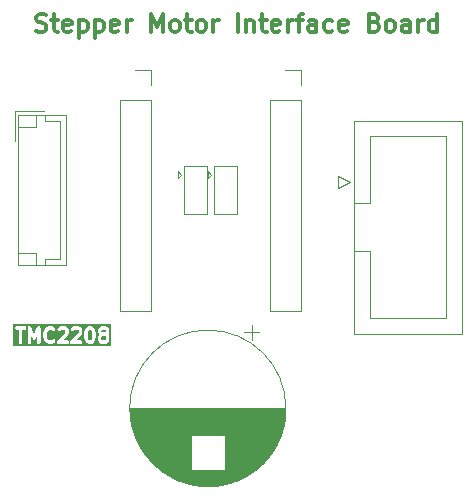
<source format=gbr>
%TF.GenerationSoftware,KiCad,Pcbnew,8.0.8*%
%TF.CreationDate,2025-02-17T18:22:25+00:00*%
%TF.ProjectId,tmc2208-adapter,746d6332-3230-4382-9d61-646170746572,rev?*%
%TF.SameCoordinates,Original*%
%TF.FileFunction,Legend,Top*%
%TF.FilePolarity,Positive*%
%FSLAX46Y46*%
G04 Gerber Fmt 4.6, Leading zero omitted, Abs format (unit mm)*
G04 Created by KiCad (PCBNEW 8.0.8) date 2025-02-17 18:22:25*
%MOMM*%
%LPD*%
G01*
G04 APERTURE LIST*
%ADD10C,0.300000*%
%ADD11C,0.120000*%
G04 APERTURE END LIST*
D10*
G36*
X203122800Y-102567963D02*
G01*
X203145517Y-102590680D01*
X203184412Y-102668471D01*
X203233082Y-102863150D01*
X203233082Y-103111935D01*
X203184412Y-103306613D01*
X203145517Y-103384404D01*
X203122799Y-103407122D01*
X203061958Y-103437542D01*
X203018491Y-103437542D01*
X202957651Y-103407122D01*
X202934932Y-103384403D01*
X202896037Y-103306614D01*
X202847368Y-103111935D01*
X202847368Y-102863149D01*
X202896037Y-102668470D01*
X202934932Y-102590682D01*
X202957650Y-102567963D01*
X203018493Y-102537542D01*
X203061958Y-102537542D01*
X203122800Y-102567963D01*
G37*
G36*
X204322799Y-103082248D02*
G01*
X204345517Y-103104967D01*
X204375939Y-103165810D01*
X204375939Y-103323561D01*
X204345517Y-103384403D01*
X204322799Y-103407122D01*
X204261958Y-103437542D01*
X204104205Y-103437542D01*
X204043365Y-103407122D01*
X204020646Y-103384403D01*
X203990225Y-103323561D01*
X203990225Y-103165810D01*
X204020646Y-103104968D01*
X204043364Y-103082249D01*
X204104207Y-103051828D01*
X204261958Y-103051828D01*
X204322799Y-103082248D01*
G37*
G36*
X204322799Y-102567962D02*
G01*
X204345517Y-102590681D01*
X204372519Y-102644684D01*
X204345516Y-102698689D01*
X204322799Y-102721407D01*
X204261958Y-102751828D01*
X204104207Y-102751828D01*
X204043364Y-102721406D01*
X204020646Y-102698688D01*
X203993644Y-102644685D01*
X204020646Y-102590682D01*
X204043364Y-102567963D01*
X204104207Y-102537542D01*
X204261958Y-102537542D01*
X204322799Y-102567962D01*
G37*
G36*
X204825939Y-103887542D02*
G01*
X196514535Y-103887542D01*
X196514535Y-102358278D01*
X196664535Y-102358278D01*
X196664535Y-102416806D01*
X196686933Y-102470878D01*
X196728317Y-102512262D01*
X196782389Y-102534660D01*
X196811653Y-102537542D01*
X197004510Y-102537542D01*
X197004510Y-103587542D01*
X197007392Y-103616806D01*
X197029790Y-103670878D01*
X197071174Y-103712262D01*
X197125246Y-103734660D01*
X197183774Y-103734660D01*
X197237846Y-103712262D01*
X197279230Y-103670878D01*
X197301628Y-103616806D01*
X197304510Y-103587542D01*
X197304510Y-102537542D01*
X197497368Y-102537542D01*
X197526632Y-102534660D01*
X197580704Y-102512262D01*
X197622088Y-102470878D01*
X197644486Y-102416806D01*
X197644486Y-102387542D01*
X197747368Y-102387542D01*
X197747368Y-103587542D01*
X197750250Y-103616806D01*
X197772648Y-103670878D01*
X197814032Y-103712262D01*
X197868104Y-103734660D01*
X197926632Y-103734660D01*
X197980704Y-103712262D01*
X198022088Y-103670878D01*
X198044486Y-103616806D01*
X198047368Y-103587542D01*
X198047368Y-103063675D01*
X198161441Y-103308118D01*
X198167787Y-103318831D01*
X198169108Y-103322463D01*
X198171459Y-103325031D01*
X198176428Y-103333418D01*
X198193233Y-103348808D01*
X198208635Y-103365626D01*
X198214678Y-103368446D01*
X198219591Y-103372945D01*
X198241008Y-103380733D01*
X198261672Y-103390376D01*
X198268330Y-103390668D01*
X198274593Y-103392946D01*
X198297368Y-103391944D01*
X198320143Y-103392946D01*
X198326405Y-103390668D01*
X198333064Y-103390376D01*
X198353725Y-103380734D01*
X198375146Y-103372945D01*
X198380059Y-103368445D01*
X198386101Y-103365626D01*
X198401496Y-103348813D01*
X198418309Y-103333418D01*
X198423277Y-103325029D01*
X198425628Y-103322463D01*
X198426947Y-103318833D01*
X198433295Y-103308118D01*
X198547368Y-103063676D01*
X198547368Y-103587542D01*
X198550250Y-103616806D01*
X198572648Y-103670878D01*
X198614032Y-103712262D01*
X198668104Y-103734660D01*
X198726632Y-103734660D01*
X198780704Y-103712262D01*
X198822088Y-103670878D01*
X198844486Y-103616806D01*
X198847368Y-103587542D01*
X198847368Y-102901828D01*
X199061654Y-102901828D01*
X199061654Y-103073257D01*
X199062156Y-103078360D01*
X199061831Y-103080548D01*
X199063450Y-103091498D01*
X199064536Y-103102521D01*
X199065383Y-103104565D01*
X199066133Y-103109637D01*
X199123276Y-103338209D01*
X199124046Y-103340364D01*
X199124123Y-103341447D01*
X199128785Y-103353629D01*
X199133169Y-103365900D01*
X199133814Y-103366771D01*
X199134633Y-103368910D01*
X199191776Y-103483196D01*
X199199703Y-103495789D01*
X199201219Y-103499449D01*
X199204600Y-103503568D01*
X199207441Y-103508082D01*
X199210435Y-103510678D01*
X199219874Y-103522180D01*
X199334158Y-103636465D01*
X199356889Y-103655120D01*
X199361867Y-103657182D01*
X199365941Y-103660715D01*
X199392792Y-103672703D01*
X199564221Y-103729845D01*
X199578730Y-103733144D01*
X199582390Y-103734660D01*
X199587693Y-103735182D01*
X199592895Y-103736365D01*
X199596848Y-103736083D01*
X199611654Y-103737542D01*
X199725940Y-103737542D01*
X199740745Y-103736083D01*
X199744700Y-103736365D01*
X199749901Y-103735182D01*
X199755204Y-103734660D01*
X199758861Y-103733144D01*
X199773374Y-103729845D01*
X199944802Y-103672703D01*
X199971653Y-103660714D01*
X199975723Y-103657183D01*
X199980703Y-103655121D01*
X200003434Y-103636466D01*
X200060577Y-103579323D01*
X200077849Y-103558278D01*
X200207393Y-103558278D01*
X200207393Y-103616806D01*
X200209697Y-103622367D01*
X200229790Y-103670877D01*
X200271176Y-103712263D01*
X200302850Y-103725382D01*
X200325247Y-103734660D01*
X200354511Y-103737542D01*
X201097368Y-103737542D01*
X201126632Y-103734660D01*
X201180704Y-103712262D01*
X201222088Y-103670878D01*
X201244486Y-103616806D01*
X201244486Y-103558278D01*
X201350250Y-103558278D01*
X201350250Y-103616806D01*
X201352554Y-103622367D01*
X201372647Y-103670877D01*
X201414033Y-103712263D01*
X201445707Y-103725382D01*
X201468104Y-103734660D01*
X201497368Y-103737542D01*
X202240225Y-103737542D01*
X202269489Y-103734660D01*
X202323561Y-103712262D01*
X202364945Y-103670878D01*
X202387343Y-103616806D01*
X202387343Y-103558278D01*
X202364945Y-103504206D01*
X202323561Y-103462822D01*
X202269489Y-103440424D01*
X202240225Y-103437542D01*
X201859500Y-103437542D01*
X202289148Y-103007894D01*
X202307803Y-102985163D01*
X202309865Y-102980183D01*
X202313396Y-102976113D01*
X202325384Y-102949262D01*
X202360243Y-102844685D01*
X202547368Y-102844685D01*
X202547368Y-103130400D01*
X202547870Y-103135503D01*
X202547545Y-103137691D01*
X202549164Y-103148641D01*
X202550250Y-103159664D01*
X202551097Y-103161708D01*
X202551847Y-103166780D01*
X202608990Y-103395352D01*
X202609760Y-103397507D01*
X202609837Y-103398590D01*
X202614499Y-103410772D01*
X202618883Y-103423043D01*
X202619528Y-103423914D01*
X202620347Y-103426053D01*
X202677490Y-103540339D01*
X202685417Y-103552932D01*
X202686933Y-103556592D01*
X202690314Y-103560711D01*
X202693155Y-103565225D01*
X202696149Y-103567821D01*
X202705588Y-103579323D01*
X202762731Y-103636466D01*
X202774237Y-103645909D01*
X202776830Y-103648899D01*
X202781335Y-103651735D01*
X202785461Y-103655121D01*
X202789124Y-103656638D01*
X202801715Y-103664564D01*
X202916000Y-103721706D01*
X202943464Y-103732216D01*
X202948839Y-103732597D01*
X202953818Y-103734660D01*
X202983082Y-103737542D01*
X203097368Y-103737542D01*
X203126632Y-103734660D01*
X203131610Y-103732597D01*
X203136986Y-103732216D01*
X203164449Y-103721707D01*
X203278735Y-103664565D01*
X203291331Y-103656636D01*
X203294989Y-103655121D01*
X203299106Y-103651741D01*
X203303621Y-103648900D01*
X203306218Y-103645905D01*
X203317720Y-103636466D01*
X203374863Y-103579323D01*
X203384303Y-103567819D01*
X203387297Y-103565224D01*
X203390136Y-103560713D01*
X203393518Y-103556593D01*
X203395034Y-103552932D01*
X203402962Y-103540338D01*
X203460103Y-103426052D01*
X203460920Y-103423915D01*
X203461567Y-103423043D01*
X203465953Y-103410763D01*
X203470613Y-103398589D01*
X203470689Y-103397506D01*
X203471460Y-103395351D01*
X203528603Y-103166780D01*
X203529352Y-103161708D01*
X203530200Y-103159664D01*
X203531285Y-103148641D01*
X203532905Y-103137691D01*
X203532579Y-103135503D01*
X203533082Y-103130400D01*
X203533082Y-102844685D01*
X203532579Y-102839581D01*
X203532905Y-102837394D01*
X203531285Y-102826443D01*
X203530200Y-102815421D01*
X203529352Y-102813376D01*
X203528603Y-102808305D01*
X203480555Y-102616114D01*
X203690225Y-102616114D01*
X203690225Y-102673257D01*
X203693107Y-102702521D01*
X203695170Y-102707501D01*
X203695552Y-102712876D01*
X203706061Y-102740340D01*
X203763204Y-102854625D01*
X203771131Y-102867218D01*
X203772647Y-102870877D01*
X203776027Y-102874996D01*
X203778869Y-102879510D01*
X203781862Y-102882106D01*
X203791302Y-102893608D01*
X203799522Y-102901828D01*
X203791302Y-102910048D01*
X203781863Y-102921549D01*
X203778869Y-102924146D01*
X203776028Y-102928659D01*
X203772647Y-102932779D01*
X203771131Y-102936438D01*
X203763204Y-102949032D01*
X203706061Y-103063318D01*
X203695551Y-103090781D01*
X203695168Y-103096158D01*
X203693107Y-103101136D01*
X203690225Y-103130400D01*
X203690225Y-103358971D01*
X203693107Y-103388235D01*
X203695168Y-103393212D01*
X203695551Y-103398590D01*
X203706061Y-103426053D01*
X203763204Y-103540339D01*
X203771131Y-103552932D01*
X203772647Y-103556592D01*
X203776028Y-103560711D01*
X203778869Y-103565225D01*
X203781863Y-103567821D01*
X203791302Y-103579323D01*
X203848445Y-103636466D01*
X203859951Y-103645909D01*
X203862544Y-103648899D01*
X203867049Y-103651735D01*
X203871175Y-103655121D01*
X203874838Y-103656638D01*
X203887429Y-103664564D01*
X204001714Y-103721706D01*
X204029178Y-103732216D01*
X204034553Y-103732597D01*
X204039532Y-103734660D01*
X204068796Y-103737542D01*
X204297368Y-103737542D01*
X204326632Y-103734660D01*
X204331610Y-103732597D01*
X204336986Y-103732216D01*
X204364449Y-103721707D01*
X204478735Y-103664565D01*
X204491333Y-103656634D01*
X204494990Y-103655120D01*
X204499106Y-103651742D01*
X204503621Y-103648900D01*
X204506218Y-103645904D01*
X204517721Y-103636465D01*
X204574863Y-103579322D01*
X204584301Y-103567820D01*
X204587295Y-103565225D01*
X204590135Y-103560712D01*
X204593518Y-103556591D01*
X204595034Y-103552930D01*
X204602960Y-103540339D01*
X204660103Y-103426053D01*
X204670613Y-103398589D01*
X204670994Y-103393213D01*
X204673057Y-103388235D01*
X204675939Y-103358971D01*
X204675939Y-103130400D01*
X204673057Y-103101136D01*
X204670994Y-103096157D01*
X204670613Y-103090782D01*
X204660103Y-103063318D01*
X204602960Y-102949032D01*
X204595034Y-102936440D01*
X204593518Y-102932780D01*
X204590135Y-102928658D01*
X204587295Y-102924146D01*
X204584301Y-102921550D01*
X204574863Y-102910049D01*
X204566642Y-102901828D01*
X204574863Y-102893607D01*
X204584301Y-102882106D01*
X204587295Y-102879510D01*
X204590135Y-102874997D01*
X204593518Y-102870876D01*
X204595033Y-102867216D01*
X204602960Y-102854625D01*
X204660103Y-102740339D01*
X204670613Y-102712876D01*
X204670995Y-102707498D01*
X204673057Y-102702521D01*
X204675939Y-102673257D01*
X204675939Y-102616114D01*
X204673057Y-102586850D01*
X204670994Y-102581871D01*
X204670613Y-102576496D01*
X204660103Y-102549032D01*
X204602960Y-102434746D01*
X204595034Y-102422154D01*
X204593518Y-102418494D01*
X204590135Y-102414372D01*
X204587295Y-102409860D01*
X204584301Y-102407264D01*
X204574863Y-102395763D01*
X204517721Y-102338620D01*
X204506219Y-102329180D01*
X204503622Y-102326186D01*
X204499107Y-102323344D01*
X204494990Y-102319965D01*
X204491331Y-102318449D01*
X204478736Y-102310521D01*
X204364450Y-102253378D01*
X204336987Y-102242868D01*
X204331609Y-102242485D01*
X204326632Y-102240424D01*
X204297368Y-102237542D01*
X204068796Y-102237542D01*
X204039532Y-102240424D01*
X204034554Y-102242485D01*
X204029177Y-102242868D01*
X204001714Y-102253378D01*
X203887428Y-102310521D01*
X203874835Y-102318447D01*
X203871175Y-102319964D01*
X203867053Y-102323346D01*
X203862543Y-102326186D01*
X203859947Y-102329178D01*
X203848445Y-102338619D01*
X203791302Y-102395762D01*
X203781863Y-102407263D01*
X203778869Y-102409860D01*
X203776028Y-102414373D01*
X203772647Y-102418493D01*
X203771131Y-102422152D01*
X203763204Y-102434746D01*
X203706061Y-102549032D01*
X203695551Y-102576495D01*
X203695168Y-102581872D01*
X203693107Y-102586850D01*
X203690225Y-102616114D01*
X203480555Y-102616114D01*
X203471460Y-102579734D01*
X203470689Y-102577578D01*
X203470613Y-102576496D01*
X203465953Y-102564321D01*
X203461567Y-102552042D01*
X203460920Y-102551169D01*
X203460103Y-102549033D01*
X203402962Y-102434747D01*
X203395034Y-102422152D01*
X203393518Y-102418492D01*
X203390136Y-102414371D01*
X203387297Y-102409861D01*
X203384303Y-102407265D01*
X203374863Y-102395762D01*
X203317720Y-102338619D01*
X203306218Y-102329180D01*
X203303622Y-102326186D01*
X203299108Y-102323345D01*
X203294989Y-102319964D01*
X203291329Y-102318448D01*
X203278736Y-102310521D01*
X203164450Y-102253378D01*
X203136987Y-102242868D01*
X203131609Y-102242485D01*
X203126632Y-102240424D01*
X203097368Y-102237542D01*
X202983082Y-102237542D01*
X202953818Y-102240424D01*
X202948840Y-102242485D01*
X202943463Y-102242868D01*
X202916000Y-102253378D01*
X202801714Y-102310521D01*
X202789121Y-102318447D01*
X202785461Y-102319964D01*
X202781339Y-102323346D01*
X202776829Y-102326186D01*
X202774233Y-102329178D01*
X202762731Y-102338619D01*
X202705588Y-102395762D01*
X202696149Y-102407263D01*
X202693155Y-102409860D01*
X202690314Y-102414373D01*
X202686933Y-102418493D01*
X202685417Y-102422152D01*
X202677490Y-102434746D01*
X202620347Y-102549032D01*
X202619528Y-102551170D01*
X202618883Y-102552042D01*
X202614499Y-102564312D01*
X202609837Y-102576495D01*
X202609760Y-102577577D01*
X202608990Y-102579733D01*
X202551847Y-102808305D01*
X202551097Y-102813376D01*
X202550250Y-102815421D01*
X202549164Y-102826443D01*
X202547545Y-102837394D01*
X202547870Y-102839581D01*
X202547368Y-102844685D01*
X202360243Y-102844685D01*
X202382527Y-102777834D01*
X202385825Y-102763326D01*
X202387343Y-102759664D01*
X202387865Y-102754355D01*
X202389047Y-102749161D01*
X202388766Y-102745211D01*
X202390225Y-102730400D01*
X202390225Y-102616114D01*
X202387343Y-102586850D01*
X202385280Y-102581871D01*
X202384899Y-102576496D01*
X202374389Y-102549032D01*
X202317246Y-102434746D01*
X202309320Y-102422154D01*
X202307804Y-102418494D01*
X202304421Y-102414372D01*
X202301581Y-102409860D01*
X202298587Y-102407264D01*
X202289149Y-102395763D01*
X202232007Y-102338620D01*
X202220505Y-102329180D01*
X202217908Y-102326186D01*
X202213393Y-102323344D01*
X202209276Y-102319965D01*
X202205617Y-102318449D01*
X202193022Y-102310521D01*
X202078736Y-102253378D01*
X202051273Y-102242868D01*
X202045895Y-102242485D01*
X202040918Y-102240424D01*
X202011654Y-102237542D01*
X201725940Y-102237542D01*
X201696676Y-102240424D01*
X201691697Y-102242486D01*
X201686322Y-102242868D01*
X201658858Y-102253378D01*
X201544572Y-102310521D01*
X201531980Y-102318447D01*
X201528318Y-102319964D01*
X201524195Y-102323347D01*
X201519686Y-102326186D01*
X201517090Y-102329178D01*
X201505588Y-102338619D01*
X201448445Y-102395762D01*
X201429790Y-102418493D01*
X201407393Y-102472565D01*
X201407393Y-102531091D01*
X201429790Y-102585163D01*
X201471176Y-102626549D01*
X201525248Y-102648946D01*
X201583774Y-102648946D01*
X201637846Y-102626549D01*
X201660577Y-102607894D01*
X201700508Y-102567963D01*
X201761350Y-102537542D01*
X201976244Y-102537542D01*
X202037085Y-102567962D01*
X202059803Y-102590681D01*
X202090225Y-102651524D01*
X202090225Y-102706059D01*
X202051978Y-102820799D01*
X201391302Y-103481476D01*
X201372647Y-103504207D01*
X201360053Y-103534613D01*
X201350250Y-103558278D01*
X201244486Y-103558278D01*
X201222088Y-103504206D01*
X201180704Y-103462822D01*
X201126632Y-103440424D01*
X201097368Y-103437542D01*
X200716643Y-103437542D01*
X201146291Y-103007894D01*
X201164946Y-102985163D01*
X201167008Y-102980183D01*
X201170539Y-102976113D01*
X201182527Y-102949262D01*
X201239670Y-102777834D01*
X201242968Y-102763326D01*
X201244486Y-102759664D01*
X201245008Y-102754355D01*
X201246190Y-102749161D01*
X201245909Y-102745211D01*
X201247368Y-102730400D01*
X201247368Y-102616114D01*
X201244486Y-102586850D01*
X201242423Y-102581871D01*
X201242042Y-102576496D01*
X201231532Y-102549032D01*
X201174389Y-102434746D01*
X201166463Y-102422154D01*
X201164947Y-102418494D01*
X201161564Y-102414372D01*
X201158724Y-102409860D01*
X201155730Y-102407264D01*
X201146292Y-102395763D01*
X201089150Y-102338620D01*
X201077648Y-102329180D01*
X201075051Y-102326186D01*
X201070536Y-102323344D01*
X201066419Y-102319965D01*
X201062760Y-102318449D01*
X201050165Y-102310521D01*
X200935879Y-102253378D01*
X200908416Y-102242868D01*
X200903038Y-102242485D01*
X200898061Y-102240424D01*
X200868797Y-102237542D01*
X200583083Y-102237542D01*
X200553819Y-102240424D01*
X200548840Y-102242486D01*
X200543465Y-102242868D01*
X200516001Y-102253378D01*
X200401715Y-102310521D01*
X200389123Y-102318447D01*
X200385461Y-102319964D01*
X200381338Y-102323347D01*
X200376829Y-102326186D01*
X200374233Y-102329178D01*
X200362731Y-102338619D01*
X200305588Y-102395762D01*
X200286933Y-102418493D01*
X200264536Y-102472565D01*
X200264536Y-102531091D01*
X200286933Y-102585163D01*
X200328319Y-102626549D01*
X200382391Y-102648946D01*
X200440917Y-102648946D01*
X200494989Y-102626549D01*
X200517720Y-102607894D01*
X200557651Y-102567963D01*
X200618493Y-102537542D01*
X200833387Y-102537542D01*
X200894228Y-102567962D01*
X200916946Y-102590681D01*
X200947368Y-102651524D01*
X200947368Y-102706059D01*
X200909121Y-102820799D01*
X200248445Y-103481476D01*
X200229790Y-103504207D01*
X200217196Y-103534613D01*
X200207393Y-103558278D01*
X200077849Y-103558278D01*
X200079232Y-103556593D01*
X200101629Y-103502520D01*
X200101629Y-103443994D01*
X200079232Y-103389922D01*
X200037846Y-103348536D01*
X199983774Y-103326139D01*
X199925248Y-103326139D01*
X199871175Y-103348536D01*
X199848445Y-103367191D01*
X199816341Y-103399294D01*
X199701597Y-103437542D01*
X199635996Y-103437542D01*
X199521251Y-103399294D01*
X199449218Y-103327260D01*
X199410323Y-103249471D01*
X199361654Y-103054792D01*
X199361654Y-102920292D01*
X199410323Y-102725613D01*
X199449218Y-102647824D01*
X199521253Y-102575789D01*
X199635997Y-102537542D01*
X199701600Y-102537542D01*
X199816339Y-102575788D01*
X199848445Y-102607894D01*
X199871175Y-102626549D01*
X199925248Y-102648946D01*
X199983774Y-102648946D01*
X200037846Y-102626549D01*
X200079232Y-102585163D01*
X200101629Y-102531091D01*
X200101629Y-102472565D01*
X200079232Y-102418492D01*
X200060577Y-102395762D01*
X200003434Y-102338619D01*
X199980703Y-102319964D01*
X199975723Y-102317901D01*
X199971653Y-102314371D01*
X199944802Y-102302383D01*
X199773374Y-102245240D01*
X199758866Y-102241941D01*
X199755204Y-102240424D01*
X199749895Y-102239901D01*
X199744701Y-102238720D01*
X199740751Y-102239000D01*
X199725940Y-102237542D01*
X199611654Y-102237542D01*
X199596842Y-102239000D01*
X199592893Y-102238720D01*
X199587698Y-102239901D01*
X199582390Y-102240424D01*
X199578727Y-102241941D01*
X199564220Y-102245240D01*
X199392791Y-102302383D01*
X199365940Y-102314371D01*
X199361868Y-102317902D01*
X199356889Y-102319965D01*
X199334158Y-102338620D01*
X199219874Y-102452905D01*
X199210435Y-102464406D01*
X199207441Y-102467003D01*
X199204600Y-102471516D01*
X199201219Y-102475636D01*
X199199703Y-102479295D01*
X199191776Y-102491889D01*
X199134633Y-102606175D01*
X199133814Y-102608313D01*
X199133169Y-102609185D01*
X199128785Y-102621455D01*
X199124123Y-102633638D01*
X199124046Y-102634720D01*
X199123276Y-102636876D01*
X199066133Y-102865448D01*
X199065383Y-102870519D01*
X199064536Y-102872564D01*
X199063450Y-102883586D01*
X199061831Y-102894537D01*
X199062156Y-102896724D01*
X199061654Y-102901828D01*
X198847368Y-102901828D01*
X198847368Y-102387542D01*
X198845473Y-102368304D01*
X198845629Y-102364766D01*
X198844937Y-102362865D01*
X198844486Y-102358278D01*
X198834525Y-102334232D01*
X198825628Y-102309764D01*
X198823368Y-102307296D01*
X198822088Y-102304206D01*
X198803690Y-102285808D01*
X198786101Y-102266601D01*
X198783067Y-102265185D01*
X198780704Y-102262822D01*
X198756663Y-102252863D01*
X198733064Y-102241851D01*
X198729722Y-102241704D01*
X198726632Y-102240424D01*
X198700598Y-102240424D01*
X198674593Y-102239281D01*
X198671450Y-102240424D01*
X198668104Y-102240424D01*
X198644051Y-102250387D01*
X198619591Y-102259282D01*
X198617123Y-102261541D01*
X198614032Y-102262822D01*
X198595623Y-102281230D01*
X198576428Y-102298809D01*
X198574078Y-102302775D01*
X198572648Y-102304206D01*
X198571292Y-102307478D01*
X198561441Y-102324109D01*
X198297368Y-102889979D01*
X198033295Y-102324109D01*
X198023441Y-102307474D01*
X198022088Y-102304206D01*
X198020659Y-102302777D01*
X198018309Y-102298809D01*
X197999101Y-102281219D01*
X197980704Y-102262822D01*
X197977613Y-102261541D01*
X197975146Y-102259282D01*
X197950680Y-102250385D01*
X197926632Y-102240424D01*
X197923286Y-102240424D01*
X197920143Y-102239281D01*
X197894138Y-102240424D01*
X197868104Y-102240424D01*
X197865013Y-102241704D01*
X197861672Y-102241851D01*
X197838072Y-102252863D01*
X197814032Y-102262822D01*
X197811668Y-102265185D01*
X197808635Y-102266601D01*
X197791045Y-102285808D01*
X197772648Y-102304206D01*
X197771367Y-102307296D01*
X197769108Y-102309764D01*
X197760211Y-102334229D01*
X197750250Y-102358278D01*
X197749798Y-102362866D01*
X197749107Y-102364767D01*
X197749262Y-102368305D01*
X197747368Y-102387542D01*
X197644486Y-102387542D01*
X197644486Y-102358278D01*
X197622088Y-102304206D01*
X197580704Y-102262822D01*
X197526632Y-102240424D01*
X197497368Y-102237542D01*
X196811653Y-102237542D01*
X196782389Y-102240424D01*
X196728317Y-102262822D01*
X196686933Y-102304206D01*
X196664535Y-102358278D01*
X196514535Y-102358278D01*
X196514535Y-102087542D01*
X204825939Y-102087542D01*
X204825939Y-103887542D01*
G37*
X198483082Y-77229400D02*
X198697368Y-77300828D01*
X198697368Y-77300828D02*
X199054510Y-77300828D01*
X199054510Y-77300828D02*
X199197368Y-77229400D01*
X199197368Y-77229400D02*
X199268796Y-77157971D01*
X199268796Y-77157971D02*
X199340225Y-77015114D01*
X199340225Y-77015114D02*
X199340225Y-76872257D01*
X199340225Y-76872257D02*
X199268796Y-76729400D01*
X199268796Y-76729400D02*
X199197368Y-76657971D01*
X199197368Y-76657971D02*
X199054510Y-76586542D01*
X199054510Y-76586542D02*
X198768796Y-76515114D01*
X198768796Y-76515114D02*
X198625939Y-76443685D01*
X198625939Y-76443685D02*
X198554510Y-76372257D01*
X198554510Y-76372257D02*
X198483082Y-76229400D01*
X198483082Y-76229400D02*
X198483082Y-76086542D01*
X198483082Y-76086542D02*
X198554510Y-75943685D01*
X198554510Y-75943685D02*
X198625939Y-75872257D01*
X198625939Y-75872257D02*
X198768796Y-75800828D01*
X198768796Y-75800828D02*
X199125939Y-75800828D01*
X199125939Y-75800828D02*
X199340225Y-75872257D01*
X199768796Y-76300828D02*
X200340224Y-76300828D01*
X199983081Y-75800828D02*
X199983081Y-77086542D01*
X199983081Y-77086542D02*
X200054510Y-77229400D01*
X200054510Y-77229400D02*
X200197367Y-77300828D01*
X200197367Y-77300828D02*
X200340224Y-77300828D01*
X201411653Y-77229400D02*
X201268796Y-77300828D01*
X201268796Y-77300828D02*
X200983082Y-77300828D01*
X200983082Y-77300828D02*
X200840224Y-77229400D01*
X200840224Y-77229400D02*
X200768796Y-77086542D01*
X200768796Y-77086542D02*
X200768796Y-76515114D01*
X200768796Y-76515114D02*
X200840224Y-76372257D01*
X200840224Y-76372257D02*
X200983082Y-76300828D01*
X200983082Y-76300828D02*
X201268796Y-76300828D01*
X201268796Y-76300828D02*
X201411653Y-76372257D01*
X201411653Y-76372257D02*
X201483082Y-76515114D01*
X201483082Y-76515114D02*
X201483082Y-76657971D01*
X201483082Y-76657971D02*
X200768796Y-76800828D01*
X202125938Y-76300828D02*
X202125938Y-77800828D01*
X202125938Y-76372257D02*
X202268796Y-76300828D01*
X202268796Y-76300828D02*
X202554510Y-76300828D01*
X202554510Y-76300828D02*
X202697367Y-76372257D01*
X202697367Y-76372257D02*
X202768796Y-76443685D01*
X202768796Y-76443685D02*
X202840224Y-76586542D01*
X202840224Y-76586542D02*
X202840224Y-77015114D01*
X202840224Y-77015114D02*
X202768796Y-77157971D01*
X202768796Y-77157971D02*
X202697367Y-77229400D01*
X202697367Y-77229400D02*
X202554510Y-77300828D01*
X202554510Y-77300828D02*
X202268796Y-77300828D01*
X202268796Y-77300828D02*
X202125938Y-77229400D01*
X203483081Y-76300828D02*
X203483081Y-77800828D01*
X203483081Y-76372257D02*
X203625939Y-76300828D01*
X203625939Y-76300828D02*
X203911653Y-76300828D01*
X203911653Y-76300828D02*
X204054510Y-76372257D01*
X204054510Y-76372257D02*
X204125939Y-76443685D01*
X204125939Y-76443685D02*
X204197367Y-76586542D01*
X204197367Y-76586542D02*
X204197367Y-77015114D01*
X204197367Y-77015114D02*
X204125939Y-77157971D01*
X204125939Y-77157971D02*
X204054510Y-77229400D01*
X204054510Y-77229400D02*
X203911653Y-77300828D01*
X203911653Y-77300828D02*
X203625939Y-77300828D01*
X203625939Y-77300828D02*
X203483081Y-77229400D01*
X205411653Y-77229400D02*
X205268796Y-77300828D01*
X205268796Y-77300828D02*
X204983082Y-77300828D01*
X204983082Y-77300828D02*
X204840224Y-77229400D01*
X204840224Y-77229400D02*
X204768796Y-77086542D01*
X204768796Y-77086542D02*
X204768796Y-76515114D01*
X204768796Y-76515114D02*
X204840224Y-76372257D01*
X204840224Y-76372257D02*
X204983082Y-76300828D01*
X204983082Y-76300828D02*
X205268796Y-76300828D01*
X205268796Y-76300828D02*
X205411653Y-76372257D01*
X205411653Y-76372257D02*
X205483082Y-76515114D01*
X205483082Y-76515114D02*
X205483082Y-76657971D01*
X205483082Y-76657971D02*
X204768796Y-76800828D01*
X206125938Y-77300828D02*
X206125938Y-76300828D01*
X206125938Y-76586542D02*
X206197367Y-76443685D01*
X206197367Y-76443685D02*
X206268796Y-76372257D01*
X206268796Y-76372257D02*
X206411653Y-76300828D01*
X206411653Y-76300828D02*
X206554510Y-76300828D01*
X208197366Y-77300828D02*
X208197366Y-75800828D01*
X208197366Y-75800828D02*
X208697366Y-76872257D01*
X208697366Y-76872257D02*
X209197366Y-75800828D01*
X209197366Y-75800828D02*
X209197366Y-77300828D01*
X210125938Y-77300828D02*
X209983081Y-77229400D01*
X209983081Y-77229400D02*
X209911652Y-77157971D01*
X209911652Y-77157971D02*
X209840224Y-77015114D01*
X209840224Y-77015114D02*
X209840224Y-76586542D01*
X209840224Y-76586542D02*
X209911652Y-76443685D01*
X209911652Y-76443685D02*
X209983081Y-76372257D01*
X209983081Y-76372257D02*
X210125938Y-76300828D01*
X210125938Y-76300828D02*
X210340224Y-76300828D01*
X210340224Y-76300828D02*
X210483081Y-76372257D01*
X210483081Y-76372257D02*
X210554510Y-76443685D01*
X210554510Y-76443685D02*
X210625938Y-76586542D01*
X210625938Y-76586542D02*
X210625938Y-77015114D01*
X210625938Y-77015114D02*
X210554510Y-77157971D01*
X210554510Y-77157971D02*
X210483081Y-77229400D01*
X210483081Y-77229400D02*
X210340224Y-77300828D01*
X210340224Y-77300828D02*
X210125938Y-77300828D01*
X211054510Y-76300828D02*
X211625938Y-76300828D01*
X211268795Y-75800828D02*
X211268795Y-77086542D01*
X211268795Y-77086542D02*
X211340224Y-77229400D01*
X211340224Y-77229400D02*
X211483081Y-77300828D01*
X211483081Y-77300828D02*
X211625938Y-77300828D01*
X212340224Y-77300828D02*
X212197367Y-77229400D01*
X212197367Y-77229400D02*
X212125938Y-77157971D01*
X212125938Y-77157971D02*
X212054510Y-77015114D01*
X212054510Y-77015114D02*
X212054510Y-76586542D01*
X212054510Y-76586542D02*
X212125938Y-76443685D01*
X212125938Y-76443685D02*
X212197367Y-76372257D01*
X212197367Y-76372257D02*
X212340224Y-76300828D01*
X212340224Y-76300828D02*
X212554510Y-76300828D01*
X212554510Y-76300828D02*
X212697367Y-76372257D01*
X212697367Y-76372257D02*
X212768796Y-76443685D01*
X212768796Y-76443685D02*
X212840224Y-76586542D01*
X212840224Y-76586542D02*
X212840224Y-77015114D01*
X212840224Y-77015114D02*
X212768796Y-77157971D01*
X212768796Y-77157971D02*
X212697367Y-77229400D01*
X212697367Y-77229400D02*
X212554510Y-77300828D01*
X212554510Y-77300828D02*
X212340224Y-77300828D01*
X213483081Y-77300828D02*
X213483081Y-76300828D01*
X213483081Y-76586542D02*
X213554510Y-76443685D01*
X213554510Y-76443685D02*
X213625939Y-76372257D01*
X213625939Y-76372257D02*
X213768796Y-76300828D01*
X213768796Y-76300828D02*
X213911653Y-76300828D01*
X215554509Y-77300828D02*
X215554509Y-75800828D01*
X216268795Y-76300828D02*
X216268795Y-77300828D01*
X216268795Y-76443685D02*
X216340224Y-76372257D01*
X216340224Y-76372257D02*
X216483081Y-76300828D01*
X216483081Y-76300828D02*
X216697367Y-76300828D01*
X216697367Y-76300828D02*
X216840224Y-76372257D01*
X216840224Y-76372257D02*
X216911653Y-76515114D01*
X216911653Y-76515114D02*
X216911653Y-77300828D01*
X217411653Y-76300828D02*
X217983081Y-76300828D01*
X217625938Y-75800828D02*
X217625938Y-77086542D01*
X217625938Y-77086542D02*
X217697367Y-77229400D01*
X217697367Y-77229400D02*
X217840224Y-77300828D01*
X217840224Y-77300828D02*
X217983081Y-77300828D01*
X219054510Y-77229400D02*
X218911653Y-77300828D01*
X218911653Y-77300828D02*
X218625939Y-77300828D01*
X218625939Y-77300828D02*
X218483081Y-77229400D01*
X218483081Y-77229400D02*
X218411653Y-77086542D01*
X218411653Y-77086542D02*
X218411653Y-76515114D01*
X218411653Y-76515114D02*
X218483081Y-76372257D01*
X218483081Y-76372257D02*
X218625939Y-76300828D01*
X218625939Y-76300828D02*
X218911653Y-76300828D01*
X218911653Y-76300828D02*
X219054510Y-76372257D01*
X219054510Y-76372257D02*
X219125939Y-76515114D01*
X219125939Y-76515114D02*
X219125939Y-76657971D01*
X219125939Y-76657971D02*
X218411653Y-76800828D01*
X219768795Y-77300828D02*
X219768795Y-76300828D01*
X219768795Y-76586542D02*
X219840224Y-76443685D01*
X219840224Y-76443685D02*
X219911653Y-76372257D01*
X219911653Y-76372257D02*
X220054510Y-76300828D01*
X220054510Y-76300828D02*
X220197367Y-76300828D01*
X220483081Y-76300828D02*
X221054509Y-76300828D01*
X220697366Y-77300828D02*
X220697366Y-76015114D01*
X220697366Y-76015114D02*
X220768795Y-75872257D01*
X220768795Y-75872257D02*
X220911652Y-75800828D01*
X220911652Y-75800828D02*
X221054509Y-75800828D01*
X222197367Y-77300828D02*
X222197367Y-76515114D01*
X222197367Y-76515114D02*
X222125938Y-76372257D01*
X222125938Y-76372257D02*
X221983081Y-76300828D01*
X221983081Y-76300828D02*
X221697367Y-76300828D01*
X221697367Y-76300828D02*
X221554509Y-76372257D01*
X222197367Y-77229400D02*
X222054509Y-77300828D01*
X222054509Y-77300828D02*
X221697367Y-77300828D01*
X221697367Y-77300828D02*
X221554509Y-77229400D01*
X221554509Y-77229400D02*
X221483081Y-77086542D01*
X221483081Y-77086542D02*
X221483081Y-76943685D01*
X221483081Y-76943685D02*
X221554509Y-76800828D01*
X221554509Y-76800828D02*
X221697367Y-76729400D01*
X221697367Y-76729400D02*
X222054509Y-76729400D01*
X222054509Y-76729400D02*
X222197367Y-76657971D01*
X223554510Y-77229400D02*
X223411652Y-77300828D01*
X223411652Y-77300828D02*
X223125938Y-77300828D01*
X223125938Y-77300828D02*
X222983081Y-77229400D01*
X222983081Y-77229400D02*
X222911652Y-77157971D01*
X222911652Y-77157971D02*
X222840224Y-77015114D01*
X222840224Y-77015114D02*
X222840224Y-76586542D01*
X222840224Y-76586542D02*
X222911652Y-76443685D01*
X222911652Y-76443685D02*
X222983081Y-76372257D01*
X222983081Y-76372257D02*
X223125938Y-76300828D01*
X223125938Y-76300828D02*
X223411652Y-76300828D01*
X223411652Y-76300828D02*
X223554510Y-76372257D01*
X224768795Y-77229400D02*
X224625938Y-77300828D01*
X224625938Y-77300828D02*
X224340224Y-77300828D01*
X224340224Y-77300828D02*
X224197366Y-77229400D01*
X224197366Y-77229400D02*
X224125938Y-77086542D01*
X224125938Y-77086542D02*
X224125938Y-76515114D01*
X224125938Y-76515114D02*
X224197366Y-76372257D01*
X224197366Y-76372257D02*
X224340224Y-76300828D01*
X224340224Y-76300828D02*
X224625938Y-76300828D01*
X224625938Y-76300828D02*
X224768795Y-76372257D01*
X224768795Y-76372257D02*
X224840224Y-76515114D01*
X224840224Y-76515114D02*
X224840224Y-76657971D01*
X224840224Y-76657971D02*
X224125938Y-76800828D01*
X227125937Y-76515114D02*
X227340223Y-76586542D01*
X227340223Y-76586542D02*
X227411652Y-76657971D01*
X227411652Y-76657971D02*
X227483080Y-76800828D01*
X227483080Y-76800828D02*
X227483080Y-77015114D01*
X227483080Y-77015114D02*
X227411652Y-77157971D01*
X227411652Y-77157971D02*
X227340223Y-77229400D01*
X227340223Y-77229400D02*
X227197366Y-77300828D01*
X227197366Y-77300828D02*
X226625937Y-77300828D01*
X226625937Y-77300828D02*
X226625937Y-75800828D01*
X226625937Y-75800828D02*
X227125937Y-75800828D01*
X227125937Y-75800828D02*
X227268795Y-75872257D01*
X227268795Y-75872257D02*
X227340223Y-75943685D01*
X227340223Y-75943685D02*
X227411652Y-76086542D01*
X227411652Y-76086542D02*
X227411652Y-76229400D01*
X227411652Y-76229400D02*
X227340223Y-76372257D01*
X227340223Y-76372257D02*
X227268795Y-76443685D01*
X227268795Y-76443685D02*
X227125937Y-76515114D01*
X227125937Y-76515114D02*
X226625937Y-76515114D01*
X228340223Y-77300828D02*
X228197366Y-77229400D01*
X228197366Y-77229400D02*
X228125937Y-77157971D01*
X228125937Y-77157971D02*
X228054509Y-77015114D01*
X228054509Y-77015114D02*
X228054509Y-76586542D01*
X228054509Y-76586542D02*
X228125937Y-76443685D01*
X228125937Y-76443685D02*
X228197366Y-76372257D01*
X228197366Y-76372257D02*
X228340223Y-76300828D01*
X228340223Y-76300828D02*
X228554509Y-76300828D01*
X228554509Y-76300828D02*
X228697366Y-76372257D01*
X228697366Y-76372257D02*
X228768795Y-76443685D01*
X228768795Y-76443685D02*
X228840223Y-76586542D01*
X228840223Y-76586542D02*
X228840223Y-77015114D01*
X228840223Y-77015114D02*
X228768795Y-77157971D01*
X228768795Y-77157971D02*
X228697366Y-77229400D01*
X228697366Y-77229400D02*
X228554509Y-77300828D01*
X228554509Y-77300828D02*
X228340223Y-77300828D01*
X230125938Y-77300828D02*
X230125938Y-76515114D01*
X230125938Y-76515114D02*
X230054509Y-76372257D01*
X230054509Y-76372257D02*
X229911652Y-76300828D01*
X229911652Y-76300828D02*
X229625938Y-76300828D01*
X229625938Y-76300828D02*
X229483080Y-76372257D01*
X230125938Y-77229400D02*
X229983080Y-77300828D01*
X229983080Y-77300828D02*
X229625938Y-77300828D01*
X229625938Y-77300828D02*
X229483080Y-77229400D01*
X229483080Y-77229400D02*
X229411652Y-77086542D01*
X229411652Y-77086542D02*
X229411652Y-76943685D01*
X229411652Y-76943685D02*
X229483080Y-76800828D01*
X229483080Y-76800828D02*
X229625938Y-76729400D01*
X229625938Y-76729400D02*
X229983080Y-76729400D01*
X229983080Y-76729400D02*
X230125938Y-76657971D01*
X230840223Y-77300828D02*
X230840223Y-76300828D01*
X230840223Y-76586542D02*
X230911652Y-76443685D01*
X230911652Y-76443685D02*
X230983081Y-76372257D01*
X230983081Y-76372257D02*
X231125938Y-76300828D01*
X231125938Y-76300828D02*
X231268795Y-76300828D01*
X232411652Y-77300828D02*
X232411652Y-75800828D01*
X232411652Y-77229400D02*
X232268794Y-77300828D01*
X232268794Y-77300828D02*
X231983080Y-77300828D01*
X231983080Y-77300828D02*
X231840223Y-77229400D01*
X231840223Y-77229400D02*
X231768794Y-77157971D01*
X231768794Y-77157971D02*
X231697366Y-77015114D01*
X231697366Y-77015114D02*
X231697366Y-76586542D01*
X231697366Y-76586542D02*
X231768794Y-76443685D01*
X231768794Y-76443685D02*
X231840223Y-76372257D01*
X231840223Y-76372257D02*
X231983080Y-76300828D01*
X231983080Y-76300828D02*
X232268794Y-76300828D01*
X232268794Y-76300828D02*
X232411652Y-76372257D01*
D11*
%TO.C,JP2*%
X212960000Y-88650000D02*
X212960000Y-92750000D01*
X210960000Y-88650000D02*
X212960000Y-88650000D01*
X210460000Y-89100000D02*
X210460000Y-89700000D01*
X210760000Y-89400000D02*
X210460000Y-89100000D01*
X210760000Y-89400000D02*
X210460000Y-89700000D01*
X212960000Y-92750000D02*
X210960000Y-92750000D01*
X210960000Y-92750000D02*
X210960000Y-88650000D01*
%TO.C,JP1*%
X215500000Y-88650000D02*
X215500000Y-92750000D01*
X213500000Y-88650000D02*
X215500000Y-88650000D01*
X213000000Y-89100000D02*
X213000000Y-89700000D01*
X213300000Y-89400000D02*
X213000000Y-89100000D01*
X213300000Y-89400000D02*
X213000000Y-89700000D01*
X215500000Y-92750000D02*
X213500000Y-92750000D01*
X213500000Y-92750000D02*
X213500000Y-88650000D01*
%TO.C,J4*%
X199150000Y-84050000D02*
X196650000Y-84050000D01*
X196650000Y-84050000D02*
X196650000Y-86550000D01*
X200970000Y-84350000D02*
X196950000Y-84350000D01*
X199260000Y-84350000D02*
X199260000Y-84850000D01*
X198450000Y-84350000D02*
X198450000Y-85350000D01*
X196950000Y-84350000D02*
X196950000Y-97070000D01*
X200470000Y-84850000D02*
X200470000Y-96570000D01*
X199260000Y-84850000D02*
X200470000Y-84850000D01*
X198450000Y-85350000D02*
X196950000Y-85350000D01*
X198450000Y-96070000D02*
X196950000Y-96070000D01*
X200470000Y-96570000D02*
X199260000Y-96570000D01*
X199260000Y-96570000D02*
X199260000Y-97070000D01*
X200970000Y-97070000D02*
X200970000Y-84350000D01*
X198450000Y-97070000D02*
X198450000Y-96070000D01*
X196950000Y-97070000D02*
X200970000Y-97070000D01*
%TO.C,J3*%
X234520000Y-102878000D02*
X225400000Y-102878000D01*
X234520000Y-84838000D02*
X234520000Y-102878000D01*
X233210000Y-101578000D02*
X226710000Y-101578000D01*
X233210000Y-86138000D02*
X233210000Y-101578000D01*
X226710000Y-101578000D02*
X226710000Y-95908000D01*
X226710000Y-95908000D02*
X226710000Y-95908000D01*
X226710000Y-95908000D02*
X225400000Y-95908000D01*
X226710000Y-91808000D02*
X226710000Y-86138000D01*
X226710000Y-86138000D02*
X233210000Y-86138000D01*
X225400000Y-102878000D02*
X225400000Y-84838000D01*
X225400000Y-91808000D02*
X226710000Y-91808000D01*
X225400000Y-84838000D02*
X234520000Y-84838000D01*
X225010000Y-90048000D02*
X224010000Y-89548000D01*
X224010000Y-90548000D02*
X225010000Y-90048000D01*
X224010000Y-89548000D02*
X224010000Y-90548000D01*
%TO.C,J2*%
X218250000Y-83110000D02*
X218250000Y-100950000D01*
X218250000Y-83110000D02*
X220910000Y-83110000D01*
X218250000Y-100950000D02*
X220910000Y-100950000D01*
X219580000Y-80510000D02*
X220910000Y-80510000D01*
X220910000Y-80510000D02*
X220910000Y-81840000D01*
X220910000Y-83110000D02*
X220910000Y-100950000D01*
%TO.C,J1*%
X205550000Y-83110000D02*
X205550000Y-100950000D01*
X205550000Y-83110000D02*
X208210000Y-83110000D01*
X205550000Y-100950000D02*
X208210000Y-100950000D01*
X206880000Y-80510000D02*
X208210000Y-80510000D01*
X208210000Y-80510000D02*
X208210000Y-81840000D01*
X208210000Y-83110000D02*
X208210000Y-100950000D01*
%TO.C,C1*%
X216715000Y-102100216D02*
X216715000Y-103400216D01*
X217365000Y-102750216D02*
X216065000Y-102750216D01*
X219580000Y-109184785D02*
X206420000Y-109184785D01*
X219580000Y-109224785D02*
X206420000Y-109224785D01*
X219580000Y-109264785D02*
X206420000Y-109264785D01*
X219579000Y-109304785D02*
X206421000Y-109304785D01*
X219579000Y-109344785D02*
X206421000Y-109344785D01*
X219577000Y-109384785D02*
X206423000Y-109384785D01*
X219576000Y-109424785D02*
X206424000Y-109424785D01*
X219575000Y-109464785D02*
X206425000Y-109464785D01*
X219573000Y-109504785D02*
X206427000Y-109504785D01*
X219571000Y-109544785D02*
X206429000Y-109544785D01*
X219568000Y-109584785D02*
X206432000Y-109584785D01*
X219566000Y-109624785D02*
X206434000Y-109624785D01*
X219563000Y-109664785D02*
X206437000Y-109664785D01*
X219560000Y-109704785D02*
X206440000Y-109704785D01*
X219557000Y-109744785D02*
X206443000Y-109744785D01*
X219553000Y-109784785D02*
X206447000Y-109784785D01*
X219549000Y-109824785D02*
X206451000Y-109824785D01*
X219545000Y-109864785D02*
X206455000Y-109864785D01*
X219541000Y-109905785D02*
X206459000Y-109905785D01*
X219537000Y-109945785D02*
X206463000Y-109945785D01*
X219532000Y-109985785D02*
X206468000Y-109985785D01*
X219527000Y-110025785D02*
X206473000Y-110025785D01*
X219522000Y-110065785D02*
X206478000Y-110065785D01*
X219516000Y-110105785D02*
X206484000Y-110105785D01*
X219511000Y-110145785D02*
X206489000Y-110145785D01*
X219505000Y-110185785D02*
X206495000Y-110185785D01*
X219498000Y-110225785D02*
X206502000Y-110225785D01*
X219492000Y-110265785D02*
X206508000Y-110265785D01*
X219485000Y-110305785D02*
X206515000Y-110305785D01*
X219478000Y-110345785D02*
X206522000Y-110345785D01*
X219471000Y-110385785D02*
X206529000Y-110385785D01*
X219463000Y-110425785D02*
X206537000Y-110425785D01*
X219456000Y-110465785D02*
X206544000Y-110465785D01*
X219448000Y-110505785D02*
X206552000Y-110505785D01*
X219439000Y-110545785D02*
X206561000Y-110545785D01*
X219431000Y-110585785D02*
X206569000Y-110585785D01*
X219422000Y-110625785D02*
X206578000Y-110625785D01*
X219413000Y-110665785D02*
X206587000Y-110665785D01*
X219404000Y-110705785D02*
X206596000Y-110705785D01*
X219394000Y-110745785D02*
X206606000Y-110745785D01*
X219384000Y-110785785D02*
X206616000Y-110785785D01*
X219374000Y-110825785D02*
X206626000Y-110825785D01*
X219364000Y-110865785D02*
X206636000Y-110865785D01*
X219353000Y-110905785D02*
X206647000Y-110905785D01*
X219342000Y-110945785D02*
X206658000Y-110945785D01*
X219331000Y-110985785D02*
X206669000Y-110985785D01*
X219320000Y-111025785D02*
X206680000Y-111025785D01*
X219308000Y-111065785D02*
X206692000Y-111065785D01*
X219296000Y-111105785D02*
X206704000Y-111105785D01*
X219284000Y-111145785D02*
X206716000Y-111145785D01*
X219271000Y-111185785D02*
X206729000Y-111185785D01*
X219258000Y-111225785D02*
X206742000Y-111225785D01*
X219245000Y-111265785D02*
X206755000Y-111265785D01*
X219232000Y-111305785D02*
X206768000Y-111305785D01*
X219218000Y-111345785D02*
X206782000Y-111345785D01*
X219204000Y-111385785D02*
X206796000Y-111385785D01*
X219190000Y-111425785D02*
X206810000Y-111425785D01*
X219175000Y-111465785D02*
X206825000Y-111465785D01*
X219161000Y-111505785D02*
X214440000Y-111505785D01*
X211560000Y-111505785D02*
X206839000Y-111505785D01*
X219146000Y-111545785D02*
X214440000Y-111545785D01*
X211560000Y-111545785D02*
X206854000Y-111545785D01*
X219130000Y-111585785D02*
X214440000Y-111585785D01*
X211560000Y-111585785D02*
X206870000Y-111585785D01*
X219114000Y-111625785D02*
X214440000Y-111625785D01*
X211560000Y-111625785D02*
X206886000Y-111625785D01*
X219098000Y-111665785D02*
X214440000Y-111665785D01*
X211560000Y-111665785D02*
X206902000Y-111665785D01*
X219082000Y-111705785D02*
X214440000Y-111705785D01*
X211560000Y-111705785D02*
X206918000Y-111705785D01*
X219065000Y-111745785D02*
X214440000Y-111745785D01*
X211560000Y-111745785D02*
X206935000Y-111745785D01*
X219049000Y-111785785D02*
X214440000Y-111785785D01*
X211560000Y-111785785D02*
X206951000Y-111785785D01*
X219031000Y-111825785D02*
X214440000Y-111825785D01*
X211560000Y-111825785D02*
X206969000Y-111825785D01*
X219014000Y-111865785D02*
X214440000Y-111865785D01*
X211560000Y-111865785D02*
X206986000Y-111865785D01*
X218996000Y-111905785D02*
X214440000Y-111905785D01*
X211560000Y-111905785D02*
X207004000Y-111905785D01*
X218978000Y-111945785D02*
X214440000Y-111945785D01*
X211560000Y-111945785D02*
X207022000Y-111945785D01*
X218959000Y-111985785D02*
X214440000Y-111985785D01*
X211560000Y-111985785D02*
X207041000Y-111985785D01*
X218940000Y-112025785D02*
X214440000Y-112025785D01*
X211560000Y-112025785D02*
X207060000Y-112025785D01*
X218921000Y-112065785D02*
X214440000Y-112065785D01*
X211560000Y-112065785D02*
X207079000Y-112065785D01*
X218902000Y-112105785D02*
X214440000Y-112105785D01*
X211560000Y-112105785D02*
X207098000Y-112105785D01*
X218882000Y-112145785D02*
X214440000Y-112145785D01*
X211560000Y-112145785D02*
X207118000Y-112145785D01*
X218862000Y-112185785D02*
X214440000Y-112185785D01*
X211560000Y-112185785D02*
X207138000Y-112185785D01*
X218841000Y-112225785D02*
X214440000Y-112225785D01*
X211560000Y-112225785D02*
X207159000Y-112225785D01*
X218820000Y-112265785D02*
X214440000Y-112265785D01*
X211560000Y-112265785D02*
X207180000Y-112265785D01*
X218799000Y-112305785D02*
X214440000Y-112305785D01*
X211560000Y-112305785D02*
X207201000Y-112305785D01*
X218778000Y-112345785D02*
X214440000Y-112345785D01*
X211560000Y-112345785D02*
X207222000Y-112345785D01*
X218756000Y-112385785D02*
X214440000Y-112385785D01*
X211560000Y-112385785D02*
X207244000Y-112385785D01*
X218733000Y-112425785D02*
X214440000Y-112425785D01*
X211560000Y-112425785D02*
X207267000Y-112425785D01*
X218711000Y-112465785D02*
X214440000Y-112465785D01*
X211560000Y-112465785D02*
X207289000Y-112465785D01*
X218688000Y-112505785D02*
X214440000Y-112505785D01*
X211560000Y-112505785D02*
X207312000Y-112505785D01*
X218664000Y-112545785D02*
X214440000Y-112545785D01*
X211560000Y-112545785D02*
X207336000Y-112545785D01*
X218641000Y-112585785D02*
X214440000Y-112585785D01*
X211560000Y-112585785D02*
X207359000Y-112585785D01*
X218617000Y-112625785D02*
X214440000Y-112625785D01*
X211560000Y-112625785D02*
X207383000Y-112625785D01*
X218592000Y-112665785D02*
X214440000Y-112665785D01*
X211560000Y-112665785D02*
X207408000Y-112665785D01*
X218567000Y-112705785D02*
X214440000Y-112705785D01*
X211560000Y-112705785D02*
X207433000Y-112705785D01*
X218542000Y-112745785D02*
X214440000Y-112745785D01*
X211560000Y-112745785D02*
X207458000Y-112745785D01*
X218516000Y-112785785D02*
X214440000Y-112785785D01*
X211560000Y-112785785D02*
X207484000Y-112785785D01*
X218490000Y-112825785D02*
X214440000Y-112825785D01*
X211560000Y-112825785D02*
X207510000Y-112825785D01*
X218463000Y-112865785D02*
X214440000Y-112865785D01*
X211560000Y-112865785D02*
X207537000Y-112865785D01*
X218436000Y-112905785D02*
X214440000Y-112905785D01*
X211560000Y-112905785D02*
X207564000Y-112905785D01*
X218409000Y-112945785D02*
X214440000Y-112945785D01*
X211560000Y-112945785D02*
X207591000Y-112945785D01*
X218381000Y-112985785D02*
X214440000Y-112985785D01*
X211560000Y-112985785D02*
X207619000Y-112985785D01*
X218353000Y-113025785D02*
X214440000Y-113025785D01*
X211560000Y-113025785D02*
X207647000Y-113025785D01*
X218324000Y-113065785D02*
X214440000Y-113065785D01*
X211560000Y-113065785D02*
X207676000Y-113065785D01*
X218295000Y-113105785D02*
X214440000Y-113105785D01*
X211560000Y-113105785D02*
X207705000Y-113105785D01*
X218265000Y-113145785D02*
X214440000Y-113145785D01*
X211560000Y-113145785D02*
X207735000Y-113145785D01*
X218235000Y-113185785D02*
X214440000Y-113185785D01*
X211560000Y-113185785D02*
X207765000Y-113185785D01*
X218205000Y-113225785D02*
X214440000Y-113225785D01*
X211560000Y-113225785D02*
X207795000Y-113225785D01*
X218174000Y-113265785D02*
X214440000Y-113265785D01*
X211560000Y-113265785D02*
X207826000Y-113265785D01*
X218142000Y-113305785D02*
X214440000Y-113305785D01*
X211560000Y-113305785D02*
X207858000Y-113305785D01*
X218110000Y-113345785D02*
X214440000Y-113345785D01*
X211560000Y-113345785D02*
X207890000Y-113345785D01*
X218078000Y-113385785D02*
X214440000Y-113385785D01*
X211560000Y-113385785D02*
X207922000Y-113385785D01*
X218044000Y-113425785D02*
X214440000Y-113425785D01*
X211560000Y-113425785D02*
X207956000Y-113425785D01*
X218011000Y-113465785D02*
X214440000Y-113465785D01*
X211560000Y-113465785D02*
X207989000Y-113465785D01*
X217977000Y-113505785D02*
X214440000Y-113505785D01*
X211560000Y-113505785D02*
X208023000Y-113505785D01*
X217942000Y-113545785D02*
X214440000Y-113545785D01*
X211560000Y-113545785D02*
X208058000Y-113545785D01*
X217907000Y-113585785D02*
X214440000Y-113585785D01*
X211560000Y-113585785D02*
X208093000Y-113585785D01*
X217871000Y-113625785D02*
X214440000Y-113625785D01*
X211560000Y-113625785D02*
X208129000Y-113625785D01*
X217834000Y-113665785D02*
X214440000Y-113665785D01*
X211560000Y-113665785D02*
X208166000Y-113665785D01*
X217797000Y-113705785D02*
X214440000Y-113705785D01*
X211560000Y-113705785D02*
X208203000Y-113705785D01*
X217760000Y-113745785D02*
X214440000Y-113745785D01*
X211560000Y-113745785D02*
X208240000Y-113745785D01*
X217721000Y-113785785D02*
X214440000Y-113785785D01*
X211560000Y-113785785D02*
X208279000Y-113785785D01*
X217682000Y-113825785D02*
X214440000Y-113825785D01*
X211560000Y-113825785D02*
X208318000Y-113825785D01*
X217643000Y-113865785D02*
X214440000Y-113865785D01*
X211560000Y-113865785D02*
X208357000Y-113865785D01*
X217602000Y-113905785D02*
X214440000Y-113905785D01*
X211560000Y-113905785D02*
X208398000Y-113905785D01*
X217561000Y-113945785D02*
X214440000Y-113945785D01*
X211560000Y-113945785D02*
X208439000Y-113945785D01*
X217519000Y-113985785D02*
X214440000Y-113985785D01*
X211560000Y-113985785D02*
X208481000Y-113985785D01*
X217477000Y-114025785D02*
X214440000Y-114025785D01*
X211560000Y-114025785D02*
X208523000Y-114025785D01*
X217434000Y-114065785D02*
X214440000Y-114065785D01*
X211560000Y-114065785D02*
X208566000Y-114065785D01*
X217390000Y-114105785D02*
X214440000Y-114105785D01*
X211560000Y-114105785D02*
X208610000Y-114105785D01*
X217345000Y-114145785D02*
X214440000Y-114145785D01*
X211560000Y-114145785D02*
X208655000Y-114145785D01*
X217299000Y-114185785D02*
X214440000Y-114185785D01*
X211560000Y-114185785D02*
X208701000Y-114185785D01*
X217253000Y-114225785D02*
X214440000Y-114225785D01*
X211560000Y-114225785D02*
X208747000Y-114225785D01*
X217205000Y-114265785D02*
X214440000Y-114265785D01*
X211560000Y-114265785D02*
X208795000Y-114265785D01*
X217157000Y-114305785D02*
X214440000Y-114305785D01*
X211560000Y-114305785D02*
X208843000Y-114305785D01*
X217108000Y-114345785D02*
X214440000Y-114345785D01*
X211560000Y-114345785D02*
X208892000Y-114345785D01*
X217057000Y-114385785D02*
X208943000Y-114385785D01*
X217006000Y-114425785D02*
X208994000Y-114425785D01*
X216954000Y-114465785D02*
X209046000Y-114465785D01*
X216900000Y-114505785D02*
X209100000Y-114505785D01*
X216846000Y-114545785D02*
X209154000Y-114545785D01*
X216790000Y-114585785D02*
X209210000Y-114585785D01*
X216733000Y-114625785D02*
X209267000Y-114625785D01*
X216675000Y-114665785D02*
X209325000Y-114665785D01*
X216615000Y-114705785D02*
X209385000Y-114705785D01*
X216554000Y-114745785D02*
X209446000Y-114745785D01*
X216491000Y-114785785D02*
X209509000Y-114785785D01*
X216427000Y-114825785D02*
X209573000Y-114825785D01*
X216361000Y-114865785D02*
X209639000Y-114865785D01*
X216293000Y-114905785D02*
X209707000Y-114905785D01*
X216223000Y-114945785D02*
X209777000Y-114945785D01*
X216152000Y-114985785D02*
X209848000Y-114985785D01*
X216078000Y-115025785D02*
X209922000Y-115025785D01*
X216002000Y-115065785D02*
X209998000Y-115065785D01*
X215923000Y-115105785D02*
X210077000Y-115105785D01*
X215842000Y-115145785D02*
X210158000Y-115145785D01*
X215758000Y-115185785D02*
X210242000Y-115185785D01*
X215670000Y-115225785D02*
X210330000Y-115225785D01*
X215579000Y-115265785D02*
X210421000Y-115265785D01*
X215484000Y-115305785D02*
X210516000Y-115305785D01*
X215385000Y-115345785D02*
X210615000Y-115345785D01*
X215281000Y-115385785D02*
X210719000Y-115385785D01*
X215171000Y-115425785D02*
X210829000Y-115425785D01*
X215055000Y-115465785D02*
X210945000Y-115465785D01*
X214931000Y-115505785D02*
X211069000Y-115505785D01*
X214798000Y-115545785D02*
X211202000Y-115545785D01*
X214653000Y-115585785D02*
X211347000Y-115585785D01*
X214494000Y-115625785D02*
X211506000Y-115625785D01*
X214315000Y-115665785D02*
X211685000Y-115665785D01*
X214107000Y-115705785D02*
X211893000Y-115705785D01*
X213850000Y-115745785D02*
X212150000Y-115745785D01*
X213475000Y-115785785D02*
X212525000Y-115785785D01*
X219620000Y-109184785D02*
G75*
G02*
X206380000Y-109184785I-6620000J0D01*
G01*
X206380000Y-109184785D02*
G75*
G02*
X219620000Y-109184785I6620000J0D01*
G01*
%TD*%
M02*

</source>
